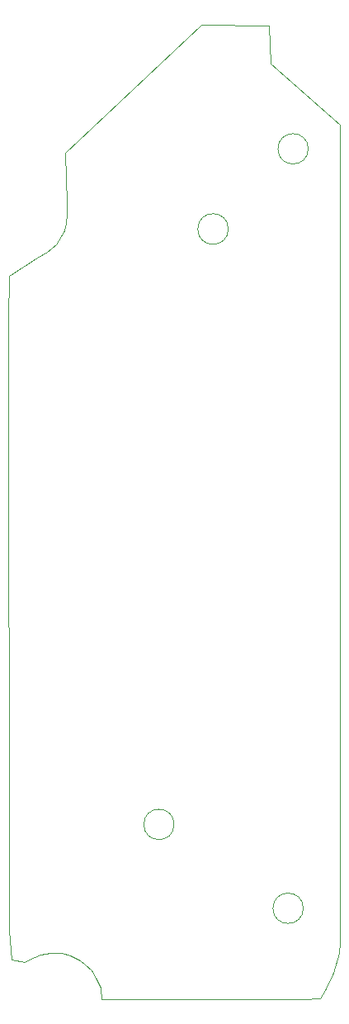
<source format=gbr>
G04 #@! TF.GenerationSoftware,KiCad,Pcbnew,(6.0.0-rc1-dev-1027-g90233e5ec)*
G04 #@! TF.CreationDate,2019-01-09T23:19:54+01:00*
G04 #@! TF.ProjectId,eBoard_remote_control,65426F6172645F72656D6F74655F636F,rev?*
G04 #@! TF.SameCoordinates,Original*
G04 #@! TF.FileFunction,Profile,NP*
%FSLAX46Y46*%
G04 Gerber Fmt 4.6, Leading zero omitted, Abs format (unit mm)*
G04 Created by KiCad (PCBNEW (6.0.0-rc1-dev-1027-g90233e5ec)) date 09.01.2019 23.19.54*
%MOMM*%
%LPD*%
G01*
G04 APERTURE LIST*
%ADD10C,0.050000*%
G04 APERTURE END LIST*
D10*
X207604360Y-157815280D02*
X209397600Y-157734000D01*
X187020200Y-157810200D02*
X207604360Y-157815280D01*
X204195680Y-57937400D02*
X197220840Y-57866280D01*
X180416200Y-81737200D02*
X177469800Y-83616800D01*
X183248300Y-70980300D02*
X183388000Y-76123800D01*
X197220840Y-57866280D02*
X183248300Y-70980300D01*
X194431673Y-139877800D02*
G75*
G03X194431673Y-139877800I-1554233J0D01*
G01*
X207687933Y-148475700D02*
G75*
G03X207687933Y-148475700I-1554233J0D01*
G01*
X208194428Y-70612000D02*
G75*
G03X208194428Y-70612000I-1552728J0D01*
G01*
X199998214Y-78831440D02*
G75*
G03X199998214Y-78831440I-1568334J0D01*
G01*
X204343000Y-61899800D02*
X204195680Y-57937400D01*
X179349400Y-153822400D02*
X179146200Y-153974800D01*
X180111400Y-153441400D02*
X179349400Y-153822400D01*
X180746400Y-153212800D02*
X180111400Y-153441400D01*
X181762400Y-153035000D02*
X180746400Y-153212800D01*
X182880000Y-153085800D02*
X181762400Y-153035000D01*
X183769000Y-153339800D02*
X182880000Y-153085800D01*
X184785000Y-153822400D02*
X183769000Y-153339800D01*
X185267600Y-154203400D02*
X184785000Y-153822400D01*
X185928000Y-154838400D02*
X185267600Y-154203400D01*
X186512200Y-155752800D02*
X185928000Y-154838400D01*
X186893200Y-156641800D02*
X186512200Y-155752800D01*
X187020200Y-157810200D02*
X186893200Y-156641800D01*
X183464200Y-77292200D02*
X183388000Y-76123800D01*
X183362600Y-78206600D02*
X183464200Y-77292200D01*
X183159400Y-78968600D02*
X183362600Y-78206600D01*
X182803800Y-79552800D02*
X183159400Y-78968600D01*
X182295800Y-80416400D02*
X182803800Y-79552800D01*
X181381400Y-81178400D02*
X182295800Y-80416400D01*
X180416200Y-81737200D02*
X181381400Y-81178400D01*
X177444400Y-88138000D02*
X177469800Y-83616800D01*
X177774600Y-153746200D02*
X179146200Y-153974800D01*
X177469800Y-150672800D02*
X177774600Y-153746200D01*
X177444400Y-88138000D02*
X177469800Y-150672800D01*
X211480400Y-68097400D02*
X204343000Y-61899800D01*
X211455000Y-151942800D02*
X211480400Y-68097400D01*
X211328000Y-153060400D02*
X211455000Y-151942800D01*
X210769200Y-155117800D02*
X211328000Y-153060400D01*
X209956400Y-156845000D02*
X210769200Y-155117800D01*
X209397600Y-157734000D02*
X209956400Y-156845000D01*
M02*

</source>
